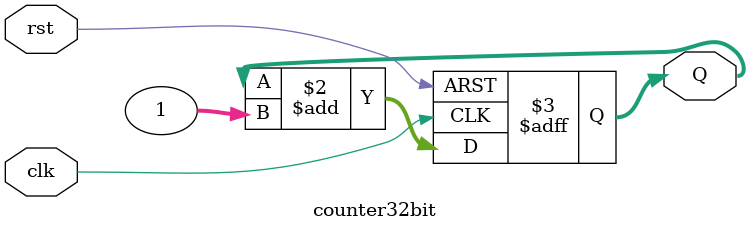
<source format=v>
module counter32bit (
    input wire clk,
    input wire rst,
    output reg [31:0] Q
);
    always @(posedge clk or posedge rst) begin
        if (rst) begin
            Q <= 32'b0;
        end else begin
            Q <= Q + 1;
        end
    end
endmodule

</source>
